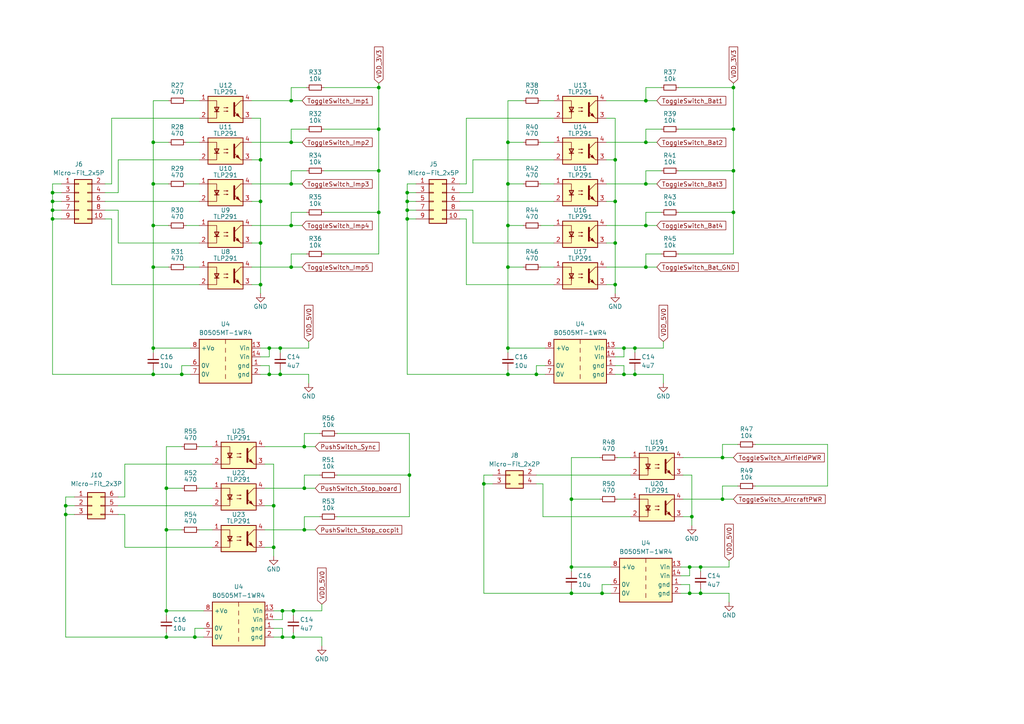
<source format=kicad_sch>
(kicad_sch (version 20230121) (generator eeschema)
  (paper "A4")
  (lib_symbols
    (symbol "Connector_Generic:Conn_02x02_Odd_Even" (pin_names (offset 1.016) hide)
      (property "Reference" "J" (at 1.27 2.54 0))
      (property "Value" "Conn_02x02_Odd_Even" (at 1.27 -5.08 0))
      (symbol "Conn_02x02_Odd_Even_1_1"
        (rectangle (start -1.27 -2.413) (end 0 -2.667) (stroke (width 0.1524)))
        (rectangle (start -1.27 0.127) (end 0 -0.127) (stroke (width 0.1524)))
        (rectangle (start -1.27 1.27) (end 3.81 -3.81) (stroke (width 0.254)) (fill (type background)))
        (rectangle (start 3.81 -2.413) (end 2.54 -2.667) (stroke (width 0.1524)))
        (rectangle (start 3.81 0.127) (end 2.54 -0.127) (stroke (width 0.1524)))
        (pin passive line (at -5.08 0 0) (length 3.81) (name "Pin_1") (number "1"))
        (pin passive line (at 7.62 0 180) (length 3.81) (name "Pin_2") (number "2"))
        (pin passive line (at -5.08 -2.54 0) (length 3.81) (name "Pin_3") (number "3"))
        (pin passive line (at 7.62 -2.54 180) (length 3.81) (name "Pin_4") (number "4"))
      )
    )
    (symbol "Connector_Generic:Conn_02x03_Counter_Clockwise" (pin_names (offset 1.016) hide)
      (property "Reference" "J" (at 1.27 5.08 0))
      (property "Value" "Conn_02x03_Counter_Clockwise" (at 1.27 -5.08 0))
      (symbol "Conn_02x03_Counter_Clockwise_1_1"
        (rectangle (start -1.27 -2.413) (end 0 -2.667) (stroke (width 0.1524)))
        (rectangle (start -1.27 0.127) (end 0 -0.127) (stroke (width 0.1524)))
        (rectangle (start -1.27 2.667) (end 0 2.413) (stroke (width 0.1524)))
        (rectangle (start -1.27 3.81) (end 3.81 -3.81) (stroke (width 0.254)) (fill (type background)))
        (rectangle (start 3.81 -2.413) (end 2.54 -2.667) (stroke (width 0.1524)))
        (rectangle (start 3.81 0.127) (end 2.54 -0.127) (stroke (width 0.1524)))
        (rectangle (start 3.81 2.667) (end 2.54 2.413) (stroke (width 0.1524)))
        (pin passive line (at -5.08 2.54 0) (length 3.81) (name "Pin_1") (number "1"))
        (pin passive line (at -5.08 0 0) (length 3.81) (name "Pin_2") (number "2"))
        (pin passive line (at -5.08 -2.54 0) (length 3.81) (name "Pin_3") (number "3"))
        (pin passive line (at 7.62 -2.54 180) (length 3.81) (name "Pin_4") (number "4"))
        (pin passive line (at 7.62 0 180) (length 3.81) (name "Pin_5") (number "5"))
        (pin passive line (at 7.62 2.54 180) (length 3.81) (name "Pin_6") (number "6"))
      )
    )
    (symbol "Connector_Generic:Conn_02x05_Odd_Even" (pin_names (offset 1.016) hide)
      (property "Reference" "J" (at 1.27 7.62 0))
      (property "Value" "Conn_02x05_Odd_Even" (at 1.27 -7.62 0))
      (symbol "Conn_02x05_Odd_Even_1_1"
        (rectangle (start -1.27 -4.953) (end 0 -5.207) (stroke (width 0.1524)))
        (rectangle (start -1.27 -2.413) (end 0 -2.667) (stroke (width 0.1524)))
        (rectangle (start -1.27 0.127) (end 0 -0.127) (stroke (width 0.1524)))
        (rectangle (start -1.27 2.667) (end 0 2.413) (stroke (width 0.1524)))
        (rectangle (start -1.27 5.207) (end 0 4.953) (stroke (width 0.1524)))
        (rectangle (start -1.27 6.35) (end 3.81 -6.35) (stroke (width 0.254)) (fill (type background)))
        (rectangle (start 3.81 -4.953) (end 2.54 -5.207) (stroke (width 0.1524)))
        (rectangle (start 3.81 -2.413) (end 2.54 -2.667) (stroke (width 0.1524)))
        (rectangle (start 3.81 0.127) (end 2.54 -0.127) (stroke (width 0.1524)))
        (rectangle (start 3.81 2.667) (end 2.54 2.413) (stroke (width 0.1524)))
        (rectangle (start 3.81 5.207) (end 2.54 4.953) (stroke (width 0.1524)))
        (pin passive line (at -5.08 5.08 0) (length 3.81) (name "Pin_1") (number "1"))
        (pin passive line (at 7.62 -5.08 180) (length 3.81) (name "Pin_10") (number "10"))
        (pin passive line (at 7.62 5.08 180) (length 3.81) (name "Pin_2") (number "2"))
        (pin passive line (at -5.08 2.54 0) (length 3.81) (name "Pin_3") (number "3"))
        (pin passive line (at 7.62 2.54 180) (length 3.81) (name "Pin_4") (number "4"))
        (pin passive line (at -5.08 0 0) (length 3.81) (name "Pin_5") (number "5"))
        (pin passive line (at 7.62 0 180) (length 3.81) (name "Pin_6") (number "6"))
        (pin passive line (at -5.08 -2.54 0) (length 3.81) (name "Pin_7") (number "7"))
        (pin passive line (at 7.62 -2.54 180) (length 3.81) (name "Pin_8") (number "8"))
        (pin passive line (at -5.08 -5.08 0) (length 3.81) (name "Pin_9") (number "9"))
      )
    )
    (symbol "Device:C_Small" (pin_numbers hide) (pin_names (offset 0.254) hide)
      (property "Reference" "C" (at 0.254 1.778 0))
      (property "Value" "C_Small" (at 0.254 -2.032 0))
      (symbol "C_Small_0_1"
        (polyline (pts (xy -1.524 -0.508) (xy 1.524 -0.508)) (stroke (width 0.3302)))
        (polyline (pts (xy -1.524 0.508) (xy 1.524 0.508)) (stroke (width 0.3048)))
      )
      (symbol "C_Small_1_1"
        (pin passive line (at 0 2.54 270) (length 2.032) (name "~") (number "1"))
        (pin passive line (at 0 -2.54 90) (length 2.032) (name "~") (number "2"))
      )
    )
    (symbol "Device:R_Small" (pin_numbers hide) (pin_names (offset 0.254) hide)
      (property "Reference" "R" (at 0.762 0.508 0))
      (property "Value" "R_Small" (at 0.762 -1.016 0))
      (symbol "R_Small_0_1"
        (rectangle (start -0.762 1.778) (end 0.762 -1.778) (stroke (width 0.2032)))
      )
      (symbol "R_Small_1_1"
        (pin passive line (at 0 2.54 270) (length 0.762) (name "~") (number "1"))
        (pin passive line (at 0 -2.54 90) (length 0.762) (name "~") (number "2"))
      )
    )
    (symbol "ISO1050DUB_1"
      (property "Reference" "U4" (at 0 9.525 0))
      (property "Value" "ISO1050DUB" (at 0 6.985 0))
      (symbol "ISO1050DUB_1_0_1"
        (rectangle (start -7.62 5.08) (end 7.62 -7.62) (stroke (width 0.254)) (fill (type background)))
        (polyline (pts (xy 0 -5.08) (xy 0 -6.35)))
        (polyline (pts (xy 0 -2.54) (xy 0 -3.81)))
        (polyline (pts (xy 0 0) (xy 0 -1.27)))
        (polyline (pts (xy 0 2.54) (xy 0 1.27)))
        (polyline (pts (xy 0 5.08) (xy 0 3.81)))
      )
      (symbol "ISO1050DUB_1_1_1"
        (pin input line (at -10.16 -2.54 0) (length 2.54) (name "gnd") (number "1"))
        (pin power_in line (at -10.16 2.54 0) (length 2.54) (name "Vin") (number "13"))
        (pin output line (at -10.16 0 0) (length 2.54) (name "Vin") (number "14"))
        (pin power_in line (at -10.16 -5.08 0) (length 2.54) (name "gnd") (number "2"))
        (pin power_in line (at 10.16 -2.54 180) (length 2.54) (name "0V") (number "6"))
        (pin power_in line (at 10.16 -5.08 180) (length 2.54) (name "0V") (number "7"))
        (pin bidirectional line (at 10.16 2.54 180) (length 2.54) (name "+Vo") (number "8"))
      )
    )
    (symbol "Isolator:TLP291"
      (property "Reference" "U" (at -5.08 5.08 0))
      (property "Value" "TLP291" (at 0 5.08 0))
      (symbol "TLP291_0_1"
        (rectangle (start -5.08 3.81) (end 5.08 -3.81) (stroke (width 0.254)) (fill (type background)))
        (polyline (pts (xy -3.175 -0.635) (xy -1.905 -0.635)) (stroke (width 0.254)))
        (polyline (pts (xy 2.54 0.635) (xy 4.445 2.54)))
        (polyline (pts (xy 4.445 -2.54) (xy 2.54 -0.635)) (fill (type outline)))
        (polyline (pts (xy 4.445 -2.54) (xy 5.08 -2.54)))
        (polyline (pts (xy 4.445 2.54) (xy 5.08 2.54)))
        (polyline (pts (xy -2.54 -0.635) (xy -2.54 -2.54) (xy -5.08 -2.54)))
        (polyline (pts (xy 2.54 1.905) (xy 2.54 -1.905) (xy 2.54 -1.905)) (stroke (width 0.508)))
        (polyline (pts (xy -5.08 2.54) (xy -2.54 2.54) (xy -2.54 -1.27) (xy -2.54 0.635)))
        (polyline (pts (xy -2.54 -0.635) (xy -3.175 0.635) (xy -1.905 0.635) (xy -2.54 -0.635)) (stroke (width 0.254)))
        (polyline (pts (xy -0.508 -0.508) (xy 0.762 -0.508) (xy 0.381 -0.635) (xy 0.381 -0.381) (xy 0.762 -0.508)))
        (polyline (pts (xy -0.508 0.508) (xy 0.762 0.508) (xy 0.381 0.381) (xy 0.381 0.635) (xy 0.762 0.508)))
        (polyline (pts (xy 3.048 -1.651) (xy 3.556 -1.143) (xy 4.064 -2.159) (xy 3.048 -1.651) (xy 3.048 -1.651)) (fill (type outline)))
      )
      (symbol "TLP291_1_1"
        (pin passive line (at -7.62 2.54 0) (length 2.54) (name "~") (number "1"))
        (pin passive line (at -7.62 -2.54 0) (length 2.54) (name "~") (number "2"))
        (pin passive line (at 7.62 -2.54 180) (length 2.54) (name "~") (number "3"))
        (pin passive line (at 7.62 2.54 180) (length 2.54) (name "~") (number "4"))
      )
    )
    (symbol "power:GND" (power) (pin_names (offset 0))
      (property "Value" "GND" (at 0 -3.81 0))
      (symbol "GND_0_1"
        (polyline (pts (xy 0 0) (xy 0 -1.27) (xy 1.27 -1.27) (xy 0 -2.54) (xy -1.27 -1.27) (xy 0 -1.27)))
      )
      (symbol "GND_1_1"
        (pin power_in line (at 0 0 270) (length 0) hide (name "GND") (number "1"))
      )
    )
  )
  (junction (at 118.11 58.42))
  (junction (at 44.45 77.47))
  (junction (at 203.2 172.085))
  (junction (at 147.32 65.405))
  (junction (at 85.09 184.785))
  (junction (at 15.24 60.96))
  (junction (at 180.975 108.585))
  (junction (at 203.2 164.465))
  (junction (at 44.45 53.34))
  (junction (at 15.24 55.88))
  (junction (at 75.565 82.55))
  (junction (at 81.915 184.785))
  (junction (at 75.565 70.485))
  (junction (at 118.11 60.96))
  (junction (at 78.105 100.965))
  (junction (at 48.26 177.165))
  (junction (at 184.15 108.585))
  (junction (at 44.45 108.585))
  (junction (at 44.45 65.405))
  (junction (at 155.575 108.585))
  (junction (at 187.325 65.405))
  (junction (at 88.265 153.67))
  (junction (at 187.325 53.34))
  (junction (at 52.705 108.585))
  (junction (at 85.09 177.165))
  (junction (at 178.435 70.485))
  (junction (at 79.375 146.685))
  (junction (at 200.025 164.465))
  (junction (at 15.24 58.42))
  (junction (at 147.32 41.275))
  (junction (at 209.55 144.78))
  (junction (at 88.265 129.54))
  (junction (at 109.855 25.4))
  (junction (at 15.24 63.5))
  (junction (at 109.855 61.595))
  (junction (at 187.325 77.47))
  (junction (at 147.32 108.585))
  (junction (at 200.66 149.86))
  (junction (at 84.455 29.21))
  (junction (at 75.565 58.42))
  (junction (at 118.11 63.5))
  (junction (at 81.915 177.165))
  (junction (at 118.11 55.88))
  (junction (at 118.745 137.795))
  (junction (at 178.435 58.42))
  (junction (at 178.435 82.55))
  (junction (at 84.455 53.34))
  (junction (at 84.455 65.405))
  (junction (at 147.32 100.965))
  (junction (at 19.05 149.225))
  (junction (at 212.725 25.4))
  (junction (at 200.025 172.085))
  (junction (at 48.26 153.67))
  (junction (at 212.725 61.595))
  (junction (at 187.325 29.21))
  (junction (at 212.725 37.465))
  (junction (at 165.735 144.78))
  (junction (at 174.625 172.085))
  (junction (at 78.105 108.585))
  (junction (at 75.565 46.355))
  (junction (at 184.15 100.965))
  (junction (at 56.515 184.785))
  (junction (at 212.725 49.53))
  (junction (at 209.55 132.715))
  (junction (at 48.26 184.785))
  (junction (at 187.325 41.275))
  (junction (at 81.28 100.965))
  (junction (at 109.855 37.465))
  (junction (at 178.435 46.355))
  (junction (at 147.32 77.47))
  (junction (at 48.26 141.605))
  (junction (at 147.32 53.34))
  (junction (at 84.455 41.275))
  (junction (at 79.375 158.75))
  (junction (at 44.45 41.275))
  (junction (at 109.855 49.53))
  (junction (at 84.455 77.47))
  (junction (at 44.45 100.965))
  (junction (at 81.28 108.585))
  (junction (at 88.265 141.605))
  (junction (at 180.975 100.965))
  (junction (at 19.05 146.685))
  (junction (at 165.735 164.465))
  (junction (at 165.735 172.085))
  (junction (at 140.335 140.335))
  (wire (pts (xy 76.835 153.67) (xy 88.265 153.67)))
  (wire (pts (xy 56.515 184.785) (xy 59.055 184.785)))
  (wire (pts (xy 209.55 144.78) (xy 212.725 144.78)))
  (wire (pts (xy 109.855 37.465) (xy 109.855 49.53)))
  (wire (pts (xy 88.265 137.795) (xy 88.265 141.605)))
  (wire (pts (xy 187.325 61.595) (xy 187.325 65.405)))
  (wire (pts (xy 178.435 70.485) (xy 178.435 82.55)))
  (wire (pts (xy 137.16 60.96) (xy 137.16 70.485)))
  (wire (pts (xy 135.255 34.29) (xy 160.655 34.29)))
  (wire (pts (xy 76.835 158.75) (xy 79.375 158.75)))
  (wire (pts (xy 32.385 34.29) (xy 57.785 34.29)))
  (wire (pts (xy 156.845 53.34) (xy 160.655 53.34)))
  (wire (pts (xy 81.28 107.315) (xy 81.28 108.585)))
  (wire (pts (xy 75.565 70.485) (xy 75.565 82.55)))
  (wire (pts (xy 44.45 53.34) (xy 44.45 65.405)))
  (wire (pts (xy 19.05 149.225) (xy 21.59 149.225)))
  (wire (pts (xy 200.025 164.465) (xy 203.2 164.465)))
  (wire (pts (xy 147.32 100.965) (xy 158.115 100.965)))
  (wire (pts (xy 118.11 53.34) (xy 118.11 55.88)))
  (wire (pts (xy 178.435 103.505) (xy 180.975 103.505)))
  (wire (pts (xy 81.28 100.965) (xy 81.28 102.235)))
  (wire (pts (xy 44.45 108.585) (xy 52.705 108.585)))
  (wire (pts (xy 142.875 137.795) (xy 140.335 137.795)))
  (wire (pts (xy 180.975 100.965) (xy 184.15 100.965)))
  (wire (pts (xy 53.975 65.405) (xy 57.785 65.405)))
  (wire (pts (xy 97.79 149.86) (xy 118.745 149.86)))
  (wire (pts (xy 88.9 49.53) (xy 84.455 49.53)))
  (wire (pts (xy 203.2 170.815) (xy 203.2 172.085)))
  (wire (pts (xy 36.195 149.225) (xy 36.195 158.75)))
  (wire (pts (xy 76.835 129.54) (xy 88.265 129.54)))
  (wire (pts (xy 79.375 134.62) (xy 79.375 146.685)))
  (wire (pts (xy 147.32 53.34) (xy 147.32 65.405)))
  (wire (pts (xy 73.025 82.55) (xy 75.565 82.55)))
  (wire (pts (xy 118.745 125.73) (xy 118.745 137.795)))
  (wire (pts (xy 75.565 58.42) (xy 75.565 70.485)))
  (wire (pts (xy 184.15 100.965) (xy 192.405 100.965)))
  (wire (pts (xy 15.24 60.96) (xy 15.24 63.5)))
  (wire (pts (xy 174.625 172.085) (xy 177.165 172.085)))
  (wire (pts (xy 140.335 140.335) (xy 142.875 140.335)))
  (wire (pts (xy 44.45 41.275) (xy 44.45 53.34)))
  (wire (pts (xy 147.32 53.34) (xy 151.765 53.34)))
  (wire (pts (xy 118.11 58.42) (xy 118.11 60.96)))
  (wire (pts (xy 180.975 106.045) (xy 180.975 108.585)))
  (wire (pts (xy 179.07 144.78) (xy 182.88 144.78)))
  (wire (pts (xy 34.29 70.485) (xy 57.785 70.485)))
  (wire (pts (xy 88.265 129.54) (xy 91.44 129.54)))
  (wire (pts (xy 140.335 140.335) (xy 140.335 137.795)))
  (wire (pts (xy 219.075 140.97) (xy 240.03 140.97)))
  (wire (pts (xy 118.11 60.96) (xy 118.11 63.5)))
  (wire (pts (xy 52.705 106.045) (xy 52.705 108.585)))
  (wire (pts (xy 48.26 184.785) (xy 19.05 184.785)))
  (wire (pts (xy 93.98 49.53) (xy 109.855 49.53)))
  (wire (pts (xy 93.98 37.465) (xy 109.855 37.465)))
  (wire (pts (xy 53.975 77.47) (xy 57.785 77.47)))
  (wire (pts (xy 156.845 77.47) (xy 160.655 77.47)))
  (wire (pts (xy 48.26 141.605) (xy 52.705 141.605)))
  (wire (pts (xy 187.325 25.4) (xy 187.325 29.21)))
  (wire (pts (xy 197.485 167.005) (xy 200.025 167.005)))
  (wire (pts (xy 158.115 106.045) (xy 155.575 106.045)))
  (wire (pts (xy 187.325 53.34) (xy 190.5 53.34)))
  (wire (pts (xy 109.855 61.595) (xy 109.855 73.66)))
  (wire (pts (xy 73.025 53.34) (xy 84.455 53.34)))
  (wire (pts (xy 147.32 29.21) (xy 147.32 41.275)))
  (wire (pts (xy 88.9 61.595) (xy 84.455 61.595)))
  (wire (pts (xy 84.455 37.465) (xy 84.455 41.275)))
  (wire (pts (xy 44.45 77.47) (xy 44.45 100.965)))
  (wire (pts (xy 19.05 149.225) (xy 19.05 146.685)))
  (wire (pts (xy 192.405 108.585) (xy 192.405 111.125)))
  (wire (pts (xy 79.375 179.705) (xy 81.915 179.705)))
  (wire (pts (xy 133.35 55.88) (xy 137.16 55.88)))
  (wire (pts (xy 212.725 49.53) (xy 212.725 61.595)))
  (wire (pts (xy 147.32 65.405) (xy 147.32 77.47)))
  (wire (pts (xy 198.12 149.86) (xy 200.66 149.86)))
  (wire (pts (xy 76.835 141.605) (xy 88.265 141.605)))
  (wire (pts (xy 180.975 103.505) (xy 180.975 100.965)))
  (wire (pts (xy 155.575 106.045) (xy 155.575 108.585)))
  (wire (pts (xy 32.385 82.55) (xy 57.785 82.55)))
  (wire (pts (xy 19.05 146.685) (xy 19.05 144.145)))
  (wire (pts (xy 165.735 144.78) (xy 165.735 164.465)))
  (wire (pts (xy 84.455 77.47) (xy 87.63 77.47)))
  (wire (pts (xy 17.78 55.88) (xy 15.24 55.88)))
  (wire (pts (xy 211.455 162.56) (xy 211.455 164.465)))
  (wire (pts (xy 187.325 37.465) (xy 187.325 41.275)))
  (wire (pts (xy 196.85 73.66) (xy 212.725 73.66)))
  (wire (pts (xy 133.35 60.96) (xy 137.16 60.96)))
  (wire (pts (xy 34.29 149.225) (xy 36.195 149.225)))
  (wire (pts (xy 196.85 37.465) (xy 212.725 37.465)))
  (wire (pts (xy 147.32 41.275) (xy 151.765 41.275)))
  (wire (pts (xy 73.025 46.355) (xy 75.565 46.355)))
  (wire (pts (xy 84.455 41.275) (xy 87.63 41.275)))
  (wire (pts (xy 240.03 128.905) (xy 240.03 140.97)))
  (wire (pts (xy 156.845 29.21) (xy 160.655 29.21)))
  (wire (pts (xy 147.32 107.315) (xy 147.32 108.585)))
  (wire (pts (xy 118.11 63.5) (xy 120.65 63.5)))
  (wire (pts (xy 211.455 172.085) (xy 211.455 174.625)))
  (wire (pts (xy 203.2 172.085) (xy 211.455 172.085)))
  (wire (pts (xy 109.855 49.53) (xy 109.855 61.595)))
  (wire (pts (xy 78.105 103.505) (xy 78.105 100.965)))
  (wire (pts (xy 175.895 82.55) (xy 178.435 82.55)))
  (wire (pts (xy 187.325 73.66) (xy 187.325 77.47)))
  (wire (pts (xy 44.45 65.405) (xy 44.45 77.47)))
  (wire (pts (xy 30.48 63.5) (xy 32.385 63.5)))
  (wire (pts (xy 197.485 172.085) (xy 200.025 172.085)))
  (wire (pts (xy 81.915 179.705) (xy 81.915 177.165)))
  (wire (pts (xy 85.09 177.165) (xy 85.09 178.435)))
  (wire (pts (xy 118.11 55.88) (xy 118.11 58.42)))
  (wire (pts (xy 75.565 34.29) (xy 75.565 46.355)))
  (wire (pts (xy 44.45 108.585) (xy 15.24 108.585)))
  (wire (pts (xy 212.725 37.465) (xy 212.725 49.53)))
  (wire (pts (xy 187.325 41.275) (xy 190.5 41.275)))
  (wire (pts (xy 30.48 55.88) (xy 34.29 55.88)))
  (wire (pts (xy 187.325 49.53) (xy 187.325 53.34)))
  (wire (pts (xy 44.45 41.275) (xy 48.895 41.275)))
  (wire (pts (xy 178.435 58.42) (xy 178.435 70.485)))
  (wire (pts (xy 213.995 128.905) (xy 209.55 128.905)))
  (wire (pts (xy 84.455 61.595) (xy 84.455 65.405)))
  (wire (pts (xy 191.77 61.595) (xy 187.325 61.595)))
  (wire (pts (xy 180.975 108.585) (xy 184.15 108.585)))
  (wire (pts (xy 17.78 53.34) (xy 15.24 53.34)))
  (wire (pts (xy 178.435 82.55) (xy 178.435 85.09)))
  (wire (pts (xy 175.895 58.42) (xy 178.435 58.42)))
  (wire (pts (xy 34.29 55.88) (xy 34.29 46.355)))
  (wire (pts (xy 198.12 132.715) (xy 209.55 132.715)))
  (wire (pts (xy 88.9 73.66) (xy 84.455 73.66)))
  (wire (pts (xy 118.11 58.42) (xy 120.65 58.42)))
  (wire (pts (xy 175.895 29.21) (xy 187.325 29.21)))
  (wire (pts (xy 79.375 177.165) (xy 81.915 177.165)))
  (wire (pts (xy 192.405 99.06) (xy 192.405 100.965)))
  (wire (pts (xy 147.32 108.585) (xy 118.11 108.585)))
  (wire (pts (xy 81.28 108.585) (xy 89.535 108.585)))
  (wire (pts (xy 59.055 182.245) (xy 56.515 182.245)))
  (wire (pts (xy 147.32 77.47) (xy 147.32 100.965)))
  (wire (pts (xy 75.565 46.355) (xy 75.565 58.42)))
  (wire (pts (xy 200.025 169.545) (xy 200.025 172.085)))
  (wire (pts (xy 19.05 149.225) (xy 19.05 184.785)))
  (wire (pts (xy 147.32 29.21) (xy 151.765 29.21)))
  (wire (pts (xy 88.9 37.465) (xy 84.455 37.465)))
  (wire (pts (xy 178.435 106.045) (xy 180.975 106.045)))
  (wire (pts (xy 81.915 182.245) (xy 81.915 184.785)))
  (wire (pts (xy 30.48 60.96) (xy 34.29 60.96)))
  (wire (pts (xy 196.85 61.595) (xy 212.725 61.595)))
  (wire (pts (xy 78.105 100.965) (xy 81.28 100.965)))
  (wire (pts (xy 73.025 41.275) (xy 84.455 41.275)))
  (wire (pts (xy 156.845 41.275) (xy 160.655 41.275)))
  (wire (pts (xy 57.785 141.605) (xy 61.595 141.605)))
  (wire (pts (xy 44.45 29.21) (xy 48.895 29.21)))
  (wire (pts (xy 196.85 25.4) (xy 212.725 25.4)))
  (wire (pts (xy 75.565 108.585) (xy 78.105 108.585)))
  (wire (pts (xy 34.29 146.685) (xy 61.595 146.685)))
  (wire (pts (xy 30.48 53.34) (xy 32.385 53.34)))
  (wire (pts (xy 93.345 175.26) (xy 93.345 177.165)))
  (wire (pts (xy 48.26 177.165) (xy 48.26 178.435)))
  (wire (pts (xy 75.565 103.505) (xy 78.105 103.505)))
  (wire (pts (xy 109.855 24.13) (xy 109.855 25.4)))
  (wire (pts (xy 97.79 137.795) (xy 118.745 137.795)))
  (wire (pts (xy 92.71 137.795) (xy 88.265 137.795)))
  (wire (pts (xy 212.725 61.595) (xy 212.725 73.66)))
  (wire (pts (xy 165.735 172.085) (xy 140.335 172.085)))
  (wire (pts (xy 56.515 182.245) (xy 56.515 184.785)))
  (wire (pts (xy 209.55 132.715) (xy 212.725 132.715)))
  (wire (pts (xy 209.55 140.97) (xy 209.55 144.78)))
  (wire (pts (xy 75.565 106.045) (xy 78.105 106.045)))
  (wire (pts (xy 200.66 149.86) (xy 200.66 152.4)))
  (wire (pts (xy 187.325 65.405) (xy 190.5 65.405)))
  (wire (pts (xy 75.565 82.55) (xy 75.565 85.09)))
  (wire (pts (xy 213.995 140.97) (xy 209.55 140.97)))
  (wire (pts (xy 88.265 141.605) (xy 91.44 141.605)))
  (wire (pts (xy 157.48 140.335) (xy 157.48 149.86)))
  (wire (pts (xy 44.45 77.47) (xy 48.895 77.47)))
  (wire (pts (xy 76.835 134.62) (xy 79.375 134.62)))
  (wire (pts (xy 84.455 73.66) (xy 84.455 77.47)))
  (wire (pts (xy 178.435 34.29) (xy 178.435 46.355)))
  (wire (pts (xy 165.735 164.465) (xy 165.735 165.735)))
  (wire (pts (xy 44.45 100.965) (xy 44.45 102.235)))
  (wire (pts (xy 85.09 177.165) (xy 93.345 177.165)))
  (wire (pts (xy 53.975 29.21) (xy 57.785 29.21)))
  (wire (pts (xy 52.705 108.585) (xy 55.245 108.585)))
  (wire (pts (xy 175.895 65.405) (xy 187.325 65.405)))
  (wire (pts (xy 184.15 107.315) (xy 184.15 108.585)))
  (wire (pts (xy 73.025 58.42) (xy 75.565 58.42)))
  (wire (pts (xy 191.77 37.465) (xy 187.325 37.465)))
  (wire (pts (xy 21.59 144.145) (xy 19.05 144.145)))
  (wire (pts (xy 120.65 60.96) (xy 118.11 60.96)))
  (wire (pts (xy 147.32 77.47) (xy 151.765 77.47)))
  (wire (pts (xy 44.45 29.21) (xy 44.45 41.275)))
  (wire (pts (xy 133.35 58.42) (xy 160.655 58.42)))
  (wire (pts (xy 73.025 29.21) (xy 84.455 29.21)))
  (wire (pts (xy 179.07 132.715) (xy 182.88 132.715)))
  (wire (pts (xy 175.895 53.34) (xy 187.325 53.34)))
  (wire (pts (xy 178.435 46.355) (xy 178.435 58.42)))
  (wire (pts (xy 15.24 53.34) (xy 15.24 55.88)))
  (wire (pts (xy 197.485 169.545) (xy 200.025 169.545)))
  (wire (pts (xy 165.735 144.78) (xy 173.99 144.78)))
  (wire (pts (xy 32.385 63.5) (xy 32.385 82.55)))
  (wire (pts (xy 53.975 41.275) (xy 57.785 41.275)))
  (wire (pts (xy 187.325 77.47) (xy 190.5 77.47)))
  (wire (pts (xy 133.35 63.5) (xy 135.255 63.5)))
  (wire (pts (xy 155.575 108.585) (xy 158.115 108.585)))
  (wire (pts (xy 165.735 170.815) (xy 165.735 172.085)))
  (wire (pts (xy 36.195 158.75) (xy 61.595 158.75)))
  (wire (pts (xy 57.785 153.67) (xy 61.595 153.67)))
  (wire (pts (xy 79.375 182.245) (xy 81.915 182.245)))
  (wire (pts (xy 81.915 177.165) (xy 85.09 177.165)))
  (wire (pts (xy 97.79 125.73) (xy 118.745 125.73)))
  (wire (pts (xy 133.35 53.34) (xy 135.255 53.34)))
  (wire (pts (xy 219.075 128.905) (xy 240.03 128.905)))
  (wire (pts (xy 203.2 164.465) (xy 211.455 164.465)))
  (wire (pts (xy 196.85 49.53) (xy 212.725 49.53)))
  (wire (pts (xy 198.12 137.795) (xy 200.66 137.795)))
  (wire (pts (xy 89.535 108.585) (xy 89.535 111.125)))
  (wire (pts (xy 34.29 46.355) (xy 57.785 46.355)))
  (wire (pts (xy 155.575 140.335) (xy 157.48 140.335)))
  (wire (pts (xy 200.025 167.005) (xy 200.025 164.465)))
  (wire (pts (xy 88.9 25.4) (xy 84.455 25.4)))
  (wire (pts (xy 118.745 137.795) (xy 118.745 149.86)))
  (wire (pts (xy 88.265 153.67) (xy 91.44 153.67)))
  (wire (pts (xy 120.65 53.34) (xy 118.11 53.34)))
  (wire (pts (xy 44.45 53.34) (xy 48.895 53.34)))
  (wire (pts (xy 89.535 99.06) (xy 89.535 100.965)))
  (wire (pts (xy 48.26 177.165) (xy 59.055 177.165)))
  (wire (pts (xy 147.32 100.965) (xy 147.32 102.235)))
  (wire (pts (xy 84.455 65.405) (xy 87.63 65.405)))
  (wire (pts (xy 175.895 34.29) (xy 178.435 34.29)))
  (wire (pts (xy 48.26 153.67) (xy 48.26 177.165)))
  (wire (pts (xy 147.32 108.585) (xy 155.575 108.585)))
  (wire (pts (xy 21.59 146.685) (xy 19.05 146.685)))
  (wire (pts (xy 15.24 63.5) (xy 15.24 108.585)))
  (wire (pts (xy 137.16 70.485) (xy 160.655 70.485)))
  (wire (pts (xy 140.335 140.335) (xy 140.335 172.085)))
  (wire (pts (xy 155.575 137.795) (xy 182.88 137.795)))
  (wire (pts (xy 198.12 144.78) (xy 209.55 144.78)))
  (wire (pts (xy 175.895 70.485) (xy 178.435 70.485)))
  (wire (pts (xy 200.66 137.795) (xy 200.66 149.86)))
  (wire (pts (xy 15.24 58.42) (xy 17.78 58.42)))
  (wire (pts (xy 73.025 70.485) (xy 75.565 70.485)))
  (wire (pts (xy 48.26 129.54) (xy 48.26 141.605)))
  (wire (pts (xy 137.16 55.88) (xy 137.16 46.355)))
  (wire (pts (xy 175.895 46.355) (xy 178.435 46.355)))
  (wire (pts (xy 48.26 141.605) (xy 48.26 153.67)))
  (wire (pts (xy 187.325 29.21) (xy 190.5 29.21)))
  (wire (pts (xy 79.375 184.785) (xy 81.915 184.785)))
  (wire (pts (xy 165.735 132.715) (xy 165.735 144.78)))
  (wire (pts (xy 178.435 100.965) (xy 180.975 100.965)))
  (wire (pts (xy 17.78 60.96) (xy 15.24 60.96)))
  (wire (pts (xy 174.625 169.545) (xy 174.625 172.085)))
  (wire (pts (xy 85.09 184.785) (xy 93.345 184.785)))
  (wire (pts (xy 157.48 149.86) (xy 182.88 149.86)))
  (wire (pts (xy 32.385 53.34) (xy 32.385 34.29)))
  (wire (pts (xy 184.15 108.585) (xy 192.405 108.585)))
  (wire (pts (xy 88.265 125.73) (xy 88.265 129.54)))
  (wire (pts (xy 191.77 49.53) (xy 187.325 49.53)))
  (wire (pts (xy 93.98 73.66) (xy 109.855 73.66)))
  (wire (pts (xy 48.26 153.67) (xy 52.705 153.67)))
  (wire (pts (xy 165.735 132.715) (xy 173.99 132.715)))
  (wire (pts (xy 175.895 77.47) (xy 187.325 77.47)))
  (wire (pts (xy 118.11 63.5) (xy 118.11 108.585)))
  (wire (pts (xy 165.735 172.085) (xy 174.625 172.085)))
  (wire (pts (xy 147.32 41.275) (xy 147.32 53.34)))
  (wire (pts (xy 73.025 65.405) (xy 84.455 65.405)))
  (wire (pts (xy 184.15 100.965) (xy 184.15 102.235)))
  (wire (pts (xy 92.71 149.86) (xy 88.265 149.86)))
  (wire (pts (xy 165.735 164.465) (xy 177.165 164.465)))
  (wire (pts (xy 79.375 146.685) (xy 79.375 158.75)))
  (wire (pts (xy 15.24 58.42) (xy 15.24 60.96)))
  (wire (pts (xy 76.835 146.685) (xy 79.375 146.685)))
  (wire (pts (xy 209.55 128.905) (xy 209.55 132.715)))
  (wire (pts (xy 92.71 125.73) (xy 88.265 125.73)))
  (wire (pts (xy 137.16 46.355) (xy 160.655 46.355)))
  (wire (pts (xy 177.165 169.545) (xy 174.625 169.545)))
  (wire (pts (xy 73.025 77.47) (xy 84.455 77.47)))
  (wire (pts (xy 88.265 149.86) (xy 88.265 153.67)))
  (wire (pts (xy 175.895 41.275) (xy 187.325 41.275)))
  (wire (pts (xy 84.455 29.21) (xy 87.63 29.21)))
  (wire (pts (xy 203.2 164.465) (xy 203.2 165.735)))
  (wire (pts (xy 44.45 100.965) (xy 55.245 100.965)))
  (wire (pts (xy 36.195 144.145) (xy 34.29 144.145)))
  (wire (pts (xy 73.025 34.29) (xy 75.565 34.29)))
  (wire (pts (xy 61.595 134.62) (xy 36.195 134.62)))
  (wire (pts (xy 212.725 24.13) (xy 212.725 25.4)))
  (wire (pts (xy 84.455 49.53) (xy 84.455 53.34)))
  (wire (pts (xy 81.915 184.785) (xy 85.09 184.785)))
  (wire (pts (xy 197.485 164.465) (xy 200.025 164.465)))
  (wire (pts (xy 30.48 58.42) (xy 57.785 58.42)))
  (wire (pts (xy 44.45 107.315) (xy 44.45 108.585)))
  (wire (pts (xy 191.77 73.66) (xy 187.325 73.66)))
  (wire (pts (xy 135.255 53.34) (xy 135.255 34.29)))
  (wire (pts (xy 109.855 25.4) (xy 109.855 37.465)))
  (wire (pts (xy 120.65 55.88) (xy 118.11 55.88)))
  (wire (pts (xy 135.255 82.55) (xy 160.655 82.55)))
  (wire (pts (xy 75.565 100.965) (xy 78.105 100.965)))
  (wire (pts (xy 200.025 172.085) (xy 203.2 172.085)))
  (wire (pts (xy 34.29 60.96) (xy 34.29 70.485)))
  (wire (pts (xy 78.105 108.585) (xy 81.28 108.585)))
  (wire (pts (xy 81.28 100.965) (xy 89.535 100.965)))
  (wire (pts (xy 84.455 53.34) (xy 87.63 53.34)))
  (wire (pts (xy 36.195 134.62) (xy 36.195 144.145)))
  (wire (pts (xy 178.435 108.585) (xy 180.975 108.585)))
  (wire (pts (xy 15.24 55.88) (xy 15.24 58.42)))
  (wire (pts (xy 93.98 25.4) (xy 109.855 25.4)))
  (wire (pts (xy 212.725 25.4) (xy 212.725 37.465)))
  (wire (pts (xy 85.09 183.515) (xy 85.09 184.785)))
  (wire (pts (xy 15.24 63.5) (xy 17.78 63.5)))
  (wire (pts (xy 44.45 65.405) (xy 48.895 65.405)))
  (wire (pts (xy 79.375 158.75) (xy 79.375 161.29)))
  (wire (pts (xy 78.105 106.045) (xy 78.105 108.585)))
  (wire (pts (xy 57.785 129.54) (xy 61.595 129.54)))
  (wire (pts (xy 55.245 106.045) (xy 52.705 106.045)))
  (wire (pts (xy 191.77 25.4) (xy 187.325 25.4)))
  (wire (pts (xy 156.845 65.405) (xy 160.655 65.405)))
  (wire (pts (xy 48.26 129.54) (xy 52.705 129.54)))
  (wire (pts (xy 84.455 25.4) (xy 84.455 29.21)))
  (wire (pts (xy 48.26 183.515) (xy 48.26 184.785)))
  (wire (pts (xy 53.975 53.34) (xy 57.785 53.34)))
  (wire (pts (xy 147.32 65.405) (xy 151.765 65.405)))
  (wire (pts (xy 93.345 184.785) (xy 93.345 187.325)))
  (wire (pts (xy 93.98 61.595) (xy 109.855 61.595)))
  (wire (pts (xy 48.26 184.785) (xy 56.515 184.785)))
  (wire (pts (xy 135.255 63.5) (xy 135.255 82.55)))
  (global_label "PushSwitch_Stop_board" (shape input) (at 91.44 141.605 0) (property "Intersheetrefs" "${INTERSHEET_REFS}" (effects hide)))
  (global_label "ToggleSwitch_Bat2" (shape input) (at 190.5 41.275 0) (property "Intersheetrefs" "${INTERSHEET_REFS}" (effects hide)))
  (global_label "VDD_5V0" (shape input) (at 93.345 175.26 90) (property "Intersheetrefs" "${INTERSHEET_REFS}" (effects hide)))
  (global_label "ToggleSwitch_Imp4" (shape input) (at 87.63 65.405 0) (property "Intersheetrefs" "${INTERSHEET_REFS}" (effects hide)))
  (global_label "ToggleSwitch_AirfieldPWR" (shape input) (at 212.725 132.715 0) (property "Intersheetrefs" "${INTERSHEET_REFS}" (effects hide)))
  (global_label "ToggleSwitch_Imp2" (shape input) (at 87.63 41.275 0) (property "Intersheetrefs" "${INTERSHEET_REFS}" (effects hide)))
  (global_label "ToggleSwitch_AircraftPWR" (shape input) (at 212.725 144.78 0) (property "Intersheetrefs" "${INTERSHEET_REFS}" (effects hide)))
  (global_label "VDD_5V0" (shape input) (at 192.405 99.06 90) (property "Intersheetrefs" "${INTERSHEET_REFS}" (effects hide)))
  (global_label "VDD_3V3" (shape input) (at 109.855 24.13 90) (property "Intersheetrefs" "${INTERSHEET_REFS}" (effects hide)))
  (global_label "ToggleSwitch_Bat_GND" (shape input) (at 190.5 77.47 0) (property "Intersheetrefs" "${INTERSHEET_REFS}" (effects hide)))
  (global_label "ToggleSwitch_Bat3" (shape input) (at 190.5 53.34 0) (property "Intersheetrefs" "${INTERSHEET_REFS}" (effects hide)))
  (global_label "VDD_5V0" (shape input) (at 89.535 99.06 90) (property "Intersheetrefs" "${INTERSHEET_REFS}" (effects hide)))
  (global_label "ToggleSwitch_Imp5" (shape input) (at 87.63 77.47 0) (property "Intersheetrefs" "${INTERSHEET_REFS}" (effects hide)))
  (global_label "ToggleSwitch_Bat1" (shape input) (at 190.5 29.21 0) (property "Intersheetrefs" "${INTERSHEET_REFS}" (effects hide)))
  (global_label "ToggleSwitch_Imp3" (shape input) (at 87.63 53.34 0) (property "Intersheetrefs" "${INTERSHEET_REFS}" (effects hide)))
  (global_label "VDD_5V0" (shape input) (at 211.455 162.56 90) (property "Intersheetrefs" "${INTERSHEET_REFS}" (effects hide)))
  (global_label "ToggleSwitch_Imp1" (shape input) (at 87.63 29.21 0) (property "Intersheetrefs" "${INTERSHEET_REFS}" (effects hide)))
  (global_label "PushSwitch_Stop_cocpit" (shape input) (at 91.44 153.67 0) (property "Intersheetrefs" "${INTERSHEET_REFS}" (effects hide)))
  (global_label "VDD_3V3" (shape input) (at 212.725 24.13 90) (property "Intersheetrefs" "${INTERSHEET_REFS}" (effects hide)))
  (global_label "ToggleSwitch_Bat4" (shape input) (at 190.5 65.405 0) (property "Intersheetrefs" "${INTERSHEET_REFS}" (effects hide)))
  (global_label "PushSwitch_Sync" (shape input) (at 91.44 129.54 0) (property "Intersheetrefs" "${INTERSHEET_REFS}" (effects hide)))
  (symbol (lib_id "Isolator:TLP291") (at 190.5 135.255 0) (unit 1)
    (property "Reference" "U19" (at 190.5 128.27 0))
    (property "Value" "TLP291" (at 190.5 130.175 0))
    (property "Footprint" "Package_SO:SOIC-4_4.55x2.6mm_P1.27mm" (effects hide))
    (property "Datasheet" "https://toshiba.semicon-storage.com/info/docget.jsp?did=12884&prodName=TLP291" (effects hide))
  )
  (symbol (lib_id "Isolator:TLP291") (at 65.405 67.945 0) (unit 1)
    (property "Reference" "U9" (at 65.405 60.96 0))
    (property "Value" "TLP291" (at 65.405 62.865 0))
    (property "Footprint" "Package_SO:SOIC-4_4.55x2.6mm_P1.27mm" (effects hide))
    (property "Datasheet" "https://toshiba.semicon-storage.com/info/docget.jsp?did=12884&prodName=TLP291" (effects hide))
  )
  (symbol (lib_id "Device:R_Small") (at 55.245 153.67 90) (unit 1)
    (property "Reference" "R54" (at 55.245 149.225 90))
    (property "Value" "470" (at 55.245 151.13 90))
  )
  (symbol (lib_id "power:GND") (at 178.435 85.09 0) (unit 1)
    (property "Reference" "#PWR022" (effects hide))
    (property "Value" "GND" (at 178.435 88.9 0))
  )
  (symbol (lib_id "Device:R_Small") (at 216.535 128.905 90) (unit 1)
    (property "Reference" "R47" (at 216.535 124.46 90))
    (property "Value" "10k" (at 216.535 126.365 90))
  )
  (symbol (lib_id "Device:R_Small") (at 51.435 53.34 90) (unit 1)
    (property "Reference" "R29" (at 51.435 48.895 90))
    (property "Value" "470" (at 51.435 50.8 90))
  )
  (symbol (lib_id "Device:R_Small") (at 95.25 137.795 90) (unit 1)
    (property "Reference" "R51" (at 95.25 133.35 90))
    (property "Value" "10k" (at 95.25 135.255 90))
  )
  (symbol (lib_id "Isolator:TLP291") (at 69.215 156.21 0) (unit 1)
    (property "Reference" "U23" (at 69.215 149.225 0))
    (property "Value" "TLP291" (at 69.215 151.13 0))
    (property "Footprint" "Package_SO:SOIC-4_4.55x2.6mm_P1.27mm" (effects hide))
    (property "Datasheet" "https://toshiba.semicon-storage.com/info/docget.jsp?did=12884&prodName=TLP291" (effects hide))
  )
  (symbol (lib_id "Device:R_Small") (at 154.305 77.47 90) (unit 1)
    (property "Reference" "R46" (at 154.305 73.025 90))
    (property "Value" "470" (at 154.305 74.93 90))
  )
  (symbol (lib_id "Isolator:TLP291") (at 69.215 144.145 0) (unit 1)
    (property "Reference" "U22" (at 69.215 137.16 0))
    (property "Value" "TLP291" (at 69.215 139.065 0))
    (property "Footprint" "Package_SO:SOIC-4_4.55x2.6mm_P1.27mm" (effects hide))
    (property "Datasheet" "https://toshiba.semicon-storage.com/info/docget.jsp?did=12884&prodName=TLP291" (effects hide))
  )
  (symbol (lib_id "Device:R_Small") (at 194.31 37.465 90) (unit 1)
    (property "Reference" "R39" (at 194.31 33.02 90))
    (property "Value" "10k" (at 194.31 34.925 90))
  )
  (symbol (lib_id "Connector_Generic:Conn_02x05_Odd_Even") (at 22.86 58.42 0) (unit 1)
    (property "Reference" "J6" (at 22.86 47.625 0))
    (property "Value" "Micro-Fit_2x5P" (at 22.86 50.165 0))
  )
  (symbol (lib_id "Device:R_Small") (at 176.53 132.715 90) (unit 1)
    (property "Reference" "R48" (at 176.53 128.27 90))
    (property "Value" "470" (at 176.53 130.175 90))
  )
  (symbol (lib_id "Isolator:TLP291") (at 65.405 55.88 0) (unit 1)
    (property "Reference" "U10" (at 65.405 48.895 0))
    (property "Value" "TLP291" (at 65.405 50.8 0))
    (property "Footprint" "Package_SO:SOIC-4_4.55x2.6mm_P1.27mm" (effects hide))
    (property "Datasheet" "https://toshiba.semicon-storage.com/info/docget.jsp?did=12884&prodName=TLP291" (effects hide))
  )
  (symbol (lib_id "Connector_Generic:Conn_02x05_Odd_Even") (at 125.73 58.42 0) (unit 1)
    (property "Reference" "J5" (at 125.73 47.625 0))
    (property "Value" "Micro-Fit_2x5P" (at 125.73 50.165 0))
  )
  (symbol (lib_id "Isolator:TLP291") (at 65.405 31.75 0) (unit 1)
    (property "Reference" "U12" (at 65.405 24.765 0))
    (property "Value" "TLP291" (at 65.405 26.67 0))
    (property "Footprint" "Package_SO:SOIC-4_4.55x2.6mm_P1.27mm" (effects hide))
    (property "Datasheet" "https://toshiba.semicon-storage.com/info/docget.jsp?did=12884&prodName=TLP291" (effects hide))
  )
  (symbol (lib_id "Device:R_Small") (at 154.305 29.21 90) (unit 1)
    (property "Reference" "R38" (at 154.305 24.765 90))
    (property "Value" "470" (at 154.305 26.67 90))
  )
  (symbol (lib_id "Device:C_Small") (at 85.09 180.975 0) (unit 1)
    (property "Reference" "C14" (at 86.995 179.705 0) (effects (justify left)))
    (property "Value" "4u7" (at 86.995 182.245 0) (effects (justify left)))
    (instances (project "impeller" (path "" (reference "C14") (unit 1)) (path "" (reference "C13") (unit 1)) (path "" (reference "C27") (unit 1))))
  )
  (symbol (lib_id "Device:R_Small") (at 194.31 73.66 90) (unit 1)
    (property "Reference" "R45" (at 194.31 69.215 90))
    (property "Value" "10k" (at 194.31 71.12 90))
  )
  (symbol (lib_id "Device:R_Small") (at 91.44 73.66 90) (unit 1)
    (property "Reference" "R36" (at 91.44 69.215 90))
    (property "Value" "10k" (at 91.44 71.12 90))
  )
  (symbol (lib_id "power:GND") (at 93.345 187.325 0) (unit 1)
    (property "Reference" "#PWR02" (effects hide))
    (property "Value" "GND" (at 93.345 191.135 0))
    (instances (project "impeller" (path "" (reference "#PWR02") (unit 1)) (path "" (reference "#PWR06") (unit 1)) (path "" (reference "#PWR027") (unit 1))))
  )
  (symbol (lib_name "ISO1050DUB_1") (lib_id "Interface_CAN_LIN:ISO1050DUB") (at 187.325 167.005 0) (mirror y) (unit 1)
    (property "Reference" "U4" (at 187.325 157.48 0))
    (property "Value" "B0505MT-1WR4" (at 187.325 160.02 0))
    (instances (project "impeller" (path "" (reference "U4") (unit 1)) (path "" (reference "U4") (unit 1)) (path "" (reference "U21") (unit 1))))
  )
  (symbol (lib_id "Isolator:TLP291") (at 168.275 43.815 0) (unit 1)
    (property "Reference" "U14" (at 168.275 36.83 0))
    (property "Value" "TLP291" (at 168.275 38.735 0))
    (property "Footprint" "Package_SO:SOIC-4_4.55x2.6mm_P1.27mm" (effects hide))
    (property "Datasheet" "https://toshiba.semicon-storage.com/info/docget.jsp?did=12884&prodName=TLP291" (effects hide))
  )
  (symbol (lib_name "ISO1050DUB_1") (lib_id "Interface_CAN_LIN:ISO1050DUB") (at 168.275 103.505 0) (mirror y) (unit 1)
    (property "Reference" "U4" (at 168.275 93.98 0))
    (property "Value" "B0505MT-1WR4" (at 168.275 96.52 0))
    (instances (project "impeller" (path "" (reference "U4") (unit 1)) (path "" (reference "U4") (unit 1)) (path "" (reference "U18") (unit 1))))
  )
  (symbol (lib_id "Device:R_Small") (at 91.44 37.465 90) (unit 1)
    (property "Reference" "R32" (at 91.44 33.02 90))
    (property "Value" "10k" (at 91.44 34.925 90))
  )
  (symbol (lib_id "Device:R_Small") (at 154.305 41.275 90) (unit 1)
    (property "Reference" "R40" (at 154.305 36.83 90))
    (property "Value" "470" (at 154.305 38.735 90))
  )
  (symbol (lib_id "Isolator:TLP291") (at 168.275 80.01 0) (unit 1)
    (property "Reference" "U17" (at 168.275 73.025 0))
    (property "Value" "TLP291" (at 168.275 74.93 0))
    (property "Footprint" "Package_SO:SOIC-4_4.55x2.6mm_P1.27mm" (effects hide))
    (property "Datasheet" "https://toshiba.semicon-storage.com/info/docget.jsp?did=12884&prodName=TLP291" (effects hide))
  )
  (symbol (lib_id "Device:R_Small") (at 95.25 125.73 90) (unit 1)
    (property "Reference" "R56" (at 95.25 121.285 90))
    (property "Value" "10k" (at 95.25 123.19 90))
  )
  (symbol (lib_id "Device:R_Small") (at 176.53 144.78 90) (unit 1)
    (property "Reference" "R50" (at 176.53 140.335 90))
    (property "Value" "470" (at 176.53 142.24 90))
  )
  (symbol (lib_id "Connector_Generic:Conn_02x03_Counter_Clockwise") (at 26.67 146.685 0) (unit 1)
    (property "Reference" "J10" (at 27.94 137.795 0))
    (property "Value" "Micro-Fit_2x3P" (at 27.94 140.335 0))
  )
  (symbol (lib_id "power:GND") (at 192.405 111.125 0) (unit 1)
    (property "Reference" "#PWR02" (effects hide))
    (property "Value" "GND" (at 192.405 114.935 0))
    (instances (project "impeller" (path "" (reference "#PWR02") (unit 1)) (path "" (reference "#PWR06") (unit 1)) (path "" (reference "#PWR023") (unit 1))))
  )
  (symbol (lib_id "power:GND") (at 79.375 161.29 0) (unit 1)
    (property "Reference" "#PWR026" (effects hide))
    (property "Value" "GND" (at 79.375 165.1 0))
  )
  (symbol (lib_id "Device:R_Small") (at 154.305 65.405 90) (unit 1)
    (property "Reference" "R44" (at 154.305 60.96 90))
    (property "Value" "470" (at 154.305 62.865 90))
  )
  (symbol (lib_id "Isolator:TLP291") (at 65.405 80.01 0) (unit 1)
    (property "Reference" "U8" (at 65.405 73.025 0))
    (property "Value" "TLP291" (at 65.405 74.93 0))
    (property "Footprint" "Package_SO:SOIC-4_4.55x2.6mm_P1.27mm" (effects hide))
    (property "Datasheet" "https://toshiba.semicon-storage.com/info/docget.jsp?did=12884&prodName=TLP291" (effects hide))
  )
  (symbol (lib_id "Isolator:TLP291") (at 168.275 31.75 0) (unit 1)
    (property "Reference" "U13" (at 168.275 24.765 0))
    (property "Value" "TLP291" (at 168.275 26.67 0))
    (property "Footprint" "Package_SO:SOIC-4_4.55x2.6mm_P1.27mm" (effects hide))
    (property "Datasheet" "https://toshiba.semicon-storage.com/info/docget.jsp?did=12884&prodName=TLP291" (effects hide))
  )
  (symbol (lib_id "Device:R_Small") (at 91.44 25.4 90) (unit 1)
    (property "Reference" "R33" (at 91.44 20.955 90))
    (property "Value" "10k" (at 91.44 22.86 90))
  )
  (symbol (lib_id "Isolator:TLP291") (at 168.275 55.88 0) (unit 1)
    (property "Reference" "U15" (at 168.275 48.895 0))
    (property "Value" "TLP291" (at 168.275 50.8 0))
    (property "Footprint" "Package_SO:SOIC-4_4.55x2.6mm_P1.27mm" (effects hide))
    (property "Datasheet" "https://toshiba.semicon-storage.com/info/docget.jsp?did=12884&prodName=TLP291" (effects hide))
  )
  (symbol (lib_id "power:GND") (at 75.565 85.09 0) (unit 1)
    (property "Reference" "#PWR021" (effects hide))
    (property "Value" "GND" (at 75.565 88.9 0))
  )
  (symbol (lib_id "Device:R_Small") (at 194.31 25.4 90) (unit 1)
    (property "Reference" "R37" (at 194.31 20.955 90))
    (property "Value" "10k" (at 194.31 22.86 90))
  )
  (symbol (lib_id "power:GND") (at 89.535 111.125 0) (unit 1)
    (property "Reference" "#PWR02" (effects hide))
    (property "Value" "GND" (at 89.535 114.935 0))
    (instances (project "impeller" (path "" (reference "#PWR02") (unit 1)) (path "" (reference "#PWR06") (unit 1)) (path "" (reference "#PWR020") (unit 1))))
  )
  (symbol (lib_id "Device:C_Small") (at 81.28 104.775 0) (unit 1)
    (property "Reference" "C14" (at 83.185 103.505 0) (effects (justify left)))
    (property "Value" "4u7" (at 83.185 106.045 0) (effects (justify left)))
    (instances (project "impeller" (path "" (reference "C14") (unit 1)) (path "" (reference "C13") (unit 1)) (path "" (reference "C21") (unit 1))))
  )
  (symbol (lib_id "Device:R_Small") (at 91.44 49.53 90) (unit 1)
    (property "Reference" "R34" (at 91.44 45.085 90))
    (property "Value" "10k" (at 91.44 46.99 90))
  )
  (symbol (lib_id "Device:R_Small") (at 51.435 29.21 90) (unit 1)
    (property "Reference" "R27" (at 51.435 24.765 90))
    (property "Value" "470" (at 51.435 26.67 90))
  )
  (symbol (lib_name "ISO1050DUB_1") (lib_id "Interface_CAN_LIN:ISO1050DUB") (at 69.215 179.705 0) (mirror y) (unit 1)
    (property "Reference" "U4" (at 69.215 170.18 0))
    (property "Value" "B0505MT-1WR4" (at 69.215 172.72 0))
    (instances (project "impeller" (path "" (reference "U4") (unit 1)) (path "" (reference "U4") (unit 1)) (path "" (reference "U24") (unit 1))))
  )
  (symbol (lib_id "Device:R_Small") (at 55.245 141.605 90) (unit 1)
    (property "Reference" "R52" (at 55.245 137.16 90))
    (property "Value" "470" (at 55.245 139.065 90))
  )
  (symbol (lib_id "Device:R_Small") (at 55.245 129.54 90) (unit 1)
    (property "Reference" "R55" (at 55.245 125.095 90))
    (property "Value" "470" (at 55.245 127 90))
  )
  (symbol (lib_id "power:GND") (at 211.455 174.625 0) (unit 1)
    (property "Reference" "#PWR02" (effects hide))
    (property "Value" "GND" (at 211.455 178.435 0))
    (instances (project "impeller" (path "" (reference "#PWR02") (unit 1)) (path "" (reference "#PWR06") (unit 1)) (path "" (reference "#PWR025") (unit 1))))
  )
  (symbol (lib_id "power:GND") (at 200.66 152.4 0) (unit 1)
    (property "Reference" "#PWR024" (effects hide))
    (property "Value" "GND" (at 200.66 156.21 0))
  )
  (symbol (lib_id "Isolator:TLP291") (at 168.275 67.945 0) (unit 1)
    (property "Reference" "U16" (at 168.275 60.96 0))
    (property "Value" "TLP291" (at 168.275 62.865 0))
    (property "Footprint" "Package_SO:SOIC-4_4.55x2.6mm_P1.27mm" (effects hide))
    (property "Datasheet" "https://toshiba.semicon-storage.com/info/docget.jsp?did=12884&prodName=TLP291" (effects hide))
  )
  (symbol (lib_id "Device:C_Small") (at 48.26 180.975 0) (unit 1)
    (property "Reference" "C16" (at 50.165 179.705 0) (effects (justify left)))
    (property "Value" "10u" (at 50.165 182.245 0) (effects (justify left)))
    (instances (project "impeller" (path "" (reference "C16") (unit 1)) (path "" (reference "C12") (unit 1)) (path "" (reference "C26") (unit 1))))
  )
  (symbol (lib_id "Device:C_Small") (at 165.735 168.275 0) (unit 1)
    (property "Reference" "C16" (at 167.64 167.005 0) (effects (justify left)))
    (property "Value" "10u" (at 167.64 169.545 0) (effects (justify left)))
    (instances (project "impeller" (path "" (reference "C16") (unit 1)) (path "" (reference "C12") (unit 1)) (path "" (reference "C24") (unit 1))))
  )
  (symbol (lib_id "Isolator:TLP291") (at 65.405 43.815 0) (unit 1)
    (property "Reference" "U11" (at 65.405 36.83 0))
    (property "Value" "TLP291" (at 65.405 38.735 0))
    (property "Footprint" "Package_SO:SOIC-4_4.55x2.6mm_P1.27mm" (effects hide))
    (property "Datasheet" "https://toshiba.semicon-storage.com/info/docget.jsp?did=12884&prodName=TLP291" (effects hide))
  )
  (symbol (lib_id "Device:C_Small") (at 203.2 168.275 0) (unit 1)
    (property "Reference" "C14" (at 205.105 167.005 0) (effects (justify left)))
    (property "Value" "4u7" (at 205.105 169.545 0) (effects (justify left)))
    (instances (project "impeller" (path "" (reference "C14") (unit 1)) (path "" (reference "C13") (unit 1)) (path "" (reference "C25") (unit 1))))
  )
  (symbol (lib_id "Device:R_Small") (at 51.435 77.47 90) (unit 1)
    (property "Reference" "R31" (at 51.435 73.025 90))
    (property "Value" "470" (at 51.435 74.93 90))
  )
  (symbol (lib_id "Device:R_Small") (at 51.435 65.405 90) (unit 1)
    (property "Reference" "R30" (at 51.435 60.96 90))
    (property "Value" "470" (at 51.435 62.865 90))
  )
  (symbol (lib_id "Device:R_Small") (at 91.44 61.595 90) (unit 1)
    (property "Reference" "R35" (at 91.44 57.15 90))
    (property "Value" "10k" (at 91.44 59.055 90))
  )
  (symbol (lib_id "Device:C_Small") (at 44.45 104.775 0) (unit 1)
    (property "Reference" "C16" (at 46.355 103.505 0) (effects (justify left)))
    (property "Value" "10u" (at 46.355 106.045 0) (effects (justify left)))
    (instances (project "impeller" (path "" (reference "C16") (unit 1)) (path "" (reference "C12") (unit 1)) (path "" (reference "C20") (unit 1))))
  )
  (symbol (lib_name "ISO1050DUB_1") (lib_id "Interface_CAN_LIN:ISO1050DUB") (at 65.405 103.505 0) (mirror y) (unit 1)
    (property "Reference" "U4" (at 65.405 93.98 0))
    (property "Value" "B0505MT-1WR4" (at 65.405 96.52 0))
    (instances (project "impeller" (path "" (reference "U4") (unit 1)) (path "" (reference "U4") (unit 1)) (path "" (reference "U7") (unit 1))))
  )
  (symbol (lib_id "Device:R_Small") (at 51.435 41.275 90) (unit 1)
    (property "Reference" "R28" (at 51.435 36.83 90))
    (property "Value" "470" (at 51.435 38.735 90))
  )
  (symbol (lib_id "Device:R_Small") (at 194.31 49.53 90) (unit 1)
    (property "Reference" "R41" (at 194.31 45.085 90))
    (property "Value" "10k" (at 194.31 46.99 90))
  )
  (symbol (lib_id "Device:C_Small") (at 147.32 104.775 0) (unit 1)
    (property "Reference" "C16" (at 149.225 103.505 0) (effects (justify left)))
    (property "Value" "10u" (at 149.225 106.045 0) (effects (justify left)))
    (instances (project "impeller" (path "" (reference "C16") (unit 1)) (path "" (reference "C12") (unit 1)) (path "" (reference "C22") (unit 1))))
  )
  (symbol (lib_id "Device:R_Small") (at 95.25 149.86 90) (unit 1)
    (property "Reference" "R53" (at 95.25 145.415 90))
    (property "Value" "10k" (at 95.25 147.32 90))
  )
  (symbol (lib_id "Device:R_Small") (at 154.305 53.34 90) (unit 1)
    (property "Reference" "R42" (at 154.305 48.895 90))
    (property "Value" "470" (at 154.305 50.8 90))
  )
  (symbol (lib_id "Connector_Generic:Conn_02x02_Odd_Even") (at 147.955 137.795 0) (unit 1)
    (property "Reference" "J8" (at 149.225 132.08 0))
    (property "Value" "Micro-Fit_2x2P" (at 149.225 134.62 0))
  )
  (symbol (lib_id "Device:R_Small") (at 216.535 140.97 90) (unit 1)
    (property "Reference" "R49" (at 216.535 136.525 90))
    (property "Value" "10k" (at 216.535 138.43 90))
  )
  (symbol (lib_id "Device:C_Small") (at 184.15 104.775 0) (unit 1)
    (property "Reference" "C14" (at 186.055 103.505 0) (effects (justify left)))
    (property "Value" "4u7" (at 186.055 106.045 0) (effects (justify left)))
    (instances (project "impeller" (path "" (reference "C14") (unit 1)) (path "" (reference "C13") (unit 1)) (path "" (reference "C23") (unit 1))))
  )
  (symbol (lib_id "Isolator:TLP291") (at 190.5 147.32 0) (unit 1)
    (property "Reference" "U20" (at 190.5 140.335 0))
    (property "Value" "TLP291" (at 190.5 142.24 0))
    (property "Footprint" "Package_SO:SOIC-4_4.55x2.6mm_P1.27mm" (effects hide))
    (property "Datasheet" "https://toshiba.semicon-storage.com/info/docget.jsp?did=12884&prodName=TLP291" (effects hide))
  )
  (symbol (lib_id "Device:R_Small") (at 194.31 61.595 90) (unit 1)
    (property "Reference" "R43" (at 194.31 57.15 90))
    (property "Value" "10k" (at 194.31 59.055 90))
  )
  (symbol (lib_id "Isolator:TLP291") (at 69.215 132.08 0) (unit 1)
    (property "Reference" "U25" (at 69.215 125.095 0))
    (property "Value" "TLP291" (at 69.215 127 0))
    (property "Footprint" "Package_SO:SOIC-4_4.55x2.6mm_P1.27mm" (effects hide))
    (property "Datasheet" "https://toshiba.semicon-storage.com/info/docget.jsp?did=12884&prodName=TLP291" (effects hide))
  )
)
</source>
